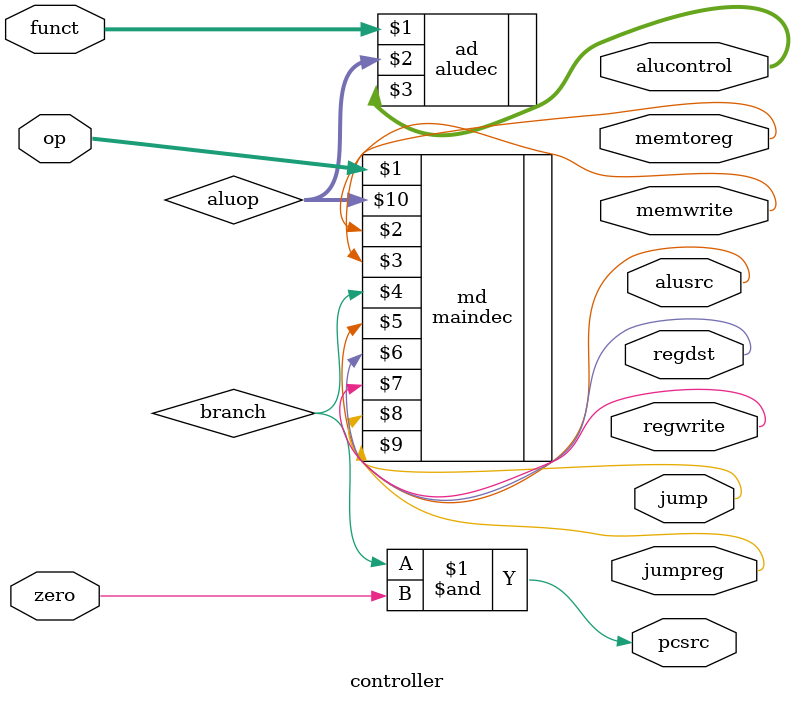
<source format=sv>
`ifndef CONTROLLER
`define CONTROLLER

`timescale 1ns/100ps

`include "../maindec/maindec.sv"
`include "../aludec/aludec.sv"

module controller
    #(parameter n = 32)(
    //
    // ---------------- PORT DEFINITIONS ----------------
    //
    input  logic [5:0] op, funct,
    input  logic       zero,
    output logic       memtoreg, memwrite,
    output logic       pcsrc, alusrc,
    output logic       regdst, regwrite,
    output logic       jump, jumpreg,
    output logic [2:0] alucontrol
);
    //
    // ---------------- MODULE DESIGN IMPLEMENTATION ----------------
    //
    logic [1:0] aluop;
    logic       branch;
    
    // CPU main decoder
    maindec md(op, memtoreg, memwrite, branch, alusrc, regdst, regwrite, jump, jumpreg, aluop);
    // CPU's ALU decoder
    aludec  ad(funct, aluop, alucontrol);

  assign pcsrc = branch & zero;

endmodule

`endif // CONTROLLER

</source>
